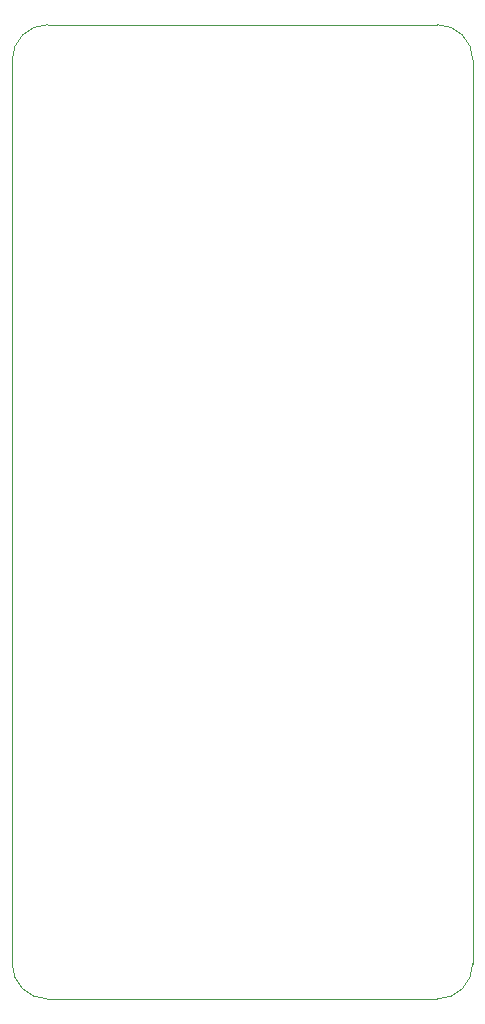
<source format=gbr>
%TF.GenerationSoftware,KiCad,Pcbnew,8.0.6*%
%TF.CreationDate,2024-11-14T19:13:27+01:00*%
%TF.ProjectId,AxxSolder,41787853-6f6c-4646-9572-2e6b69636164,rev?*%
%TF.SameCoordinates,Original*%
%TF.FileFunction,Profile,NP*%
%FSLAX46Y46*%
G04 Gerber Fmt 4.6, Leading zero omitted, Abs format (unit mm)*
G04 Created by KiCad (PCBNEW 8.0.6) date 2024-11-14 19:13:27*
%MOMM*%
%LPD*%
G01*
G04 APERTURE LIST*
%TA.AperFunction,Profile*%
%ADD10C,0.100000*%
%TD*%
G04 APERTURE END LIST*
D10*
X200000000Y-70500000D02*
X200000000Y-147000000D01*
X161000000Y-70500000D02*
G75*
G02*
X164000000Y-67500000I3000000J0D01*
G01*
X197000000Y-67500000D02*
G75*
G02*
X200000000Y-70500000I0J-3000000D01*
G01*
X164000000Y-150000000D02*
G75*
G02*
X161000000Y-147000000I0J3000000D01*
G01*
X200000000Y-147000000D02*
G75*
G02*
X197000000Y-150000000I-3000000J0D01*
G01*
X161000000Y-147000000D02*
X161000000Y-70500000D01*
X164000000Y-67500000D02*
X197000000Y-67500000D01*
X197000000Y-150000000D02*
X164000000Y-150000000D01*
M02*

</source>
